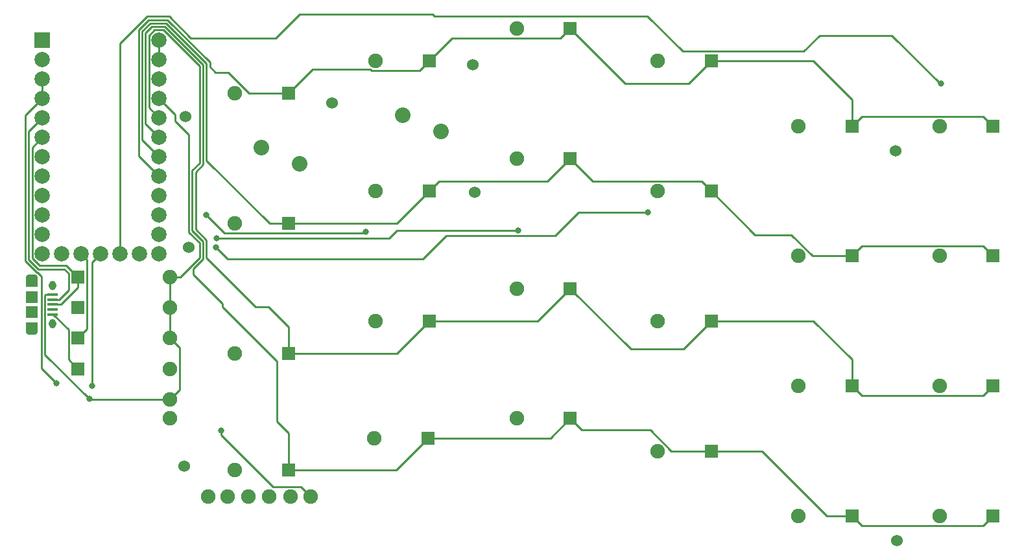
<source format=gbr>
%TF.GenerationSoftware,KiCad,Pcbnew,(6.0.4)*%
%TF.CreationDate,2024-05-03T20:31:11-07:00*%
%TF.ProjectId,right_staggered,72696768-745f-4737-9461-676765726564,v1.0.0*%
%TF.SameCoordinates,Original*%
%TF.FileFunction,Copper,L1,Top*%
%TF.FilePolarity,Positive*%
%FSLAX46Y46*%
G04 Gerber Fmt 4.6, Leading zero omitted, Abs format (unit mm)*
G04 Created by KiCad (PCBNEW (6.0.4)) date 2024-05-03 20:31:11*
%MOMM*%
%LPD*%
G01*
G04 APERTURE LIST*
%TA.AperFunction,ComponentPad*%
%ADD10C,1.524000*%
%TD*%
%TA.AperFunction,ComponentPad*%
%ADD11C,1.905000*%
%TD*%
%TA.AperFunction,ComponentPad*%
%ADD12R,1.778000X1.778000*%
%TD*%
%TA.AperFunction,ComponentPad*%
%ADD13C,2.032000*%
%TD*%
%TA.AperFunction,ComponentPad*%
%ADD14R,2.000000X2.000000*%
%TD*%
%TA.AperFunction,ComponentPad*%
%ADD15C,2.000000*%
%TD*%
%TA.AperFunction,SMDPad,CuDef*%
%ADD16R,1.350000X0.400000*%
%TD*%
%TA.AperFunction,SMDPad,CuDef*%
%ADD17R,1.550000X1.200000*%
%TD*%
%TA.AperFunction,ComponentPad*%
%ADD18O,0.950000X1.250000*%
%TD*%
%TA.AperFunction,SMDPad,CuDef*%
%ADD19R,1.550000X1.500000*%
%TD*%
%TA.AperFunction,ComponentPad*%
%ADD20O,1.550000X0.890000*%
%TD*%
%TA.AperFunction,ViaPad*%
%ADD21C,0.800000*%
%TD*%
%TA.AperFunction,Conductor*%
%ADD22C,0.250000*%
%TD*%
G04 APERTURE END LIST*
D10*
%TO.P,,1*%
%TO.N,N/C*%
X140100000Y-106000000D03*
%TD*%
D11*
%TO.P,,1*%
%TO.N,B6*%
X153800000Y-155700000D03*
%TD*%
%TO.P,D4,1*%
%TO.N,inner_nums*%
X146500000Y-103000000D03*
D12*
%TO.P,D4,2*%
%TO.N,F7*%
X153500000Y-103000000D03*
%TD*%
D11*
%TO.P,D19,1*%
%TO.N,pinky_top*%
X220100000Y-124250000D03*
D12*
%TO.P,D19,2*%
%TO.N,F6*%
X227100000Y-124250000D03*
%TD*%
D13*
%TO.P,S2,1*%
%TO.N,index_top*%
X173400000Y-107950000D03*
%TO.P,S2,2*%
%TO.N,B3*%
X168400000Y-105850000D03*
%TD*%
D11*
%TO.P,D11,1*%
%TO.N,middle_top*%
X183300000Y-111500000D03*
D12*
%TO.P,D11,2*%
%TO.N,F6*%
X190300000Y-111500000D03*
%TD*%
D11*
%TO.P,D25,1*%
%TO.N,VCC*%
X138000000Y-127000000D03*
D12*
%TO.P,D25,2*%
%TO.N,D0*%
X126000000Y-127000000D03*
%TD*%
D11*
%TO.P,D27,1*%
%TO.N,VCC*%
X138000000Y-135000000D03*
D12*
%TO.P,D27,2*%
%TO.N,D5*%
X126000000Y-135000000D03*
%TD*%
D11*
%TO.P,D9,1*%
%TO.N,middle_bottom*%
X183300000Y-145500000D03*
D12*
%TO.P,D9,2*%
%TO.N,F4*%
X190300000Y-145500000D03*
%TD*%
D11*
%TO.P,D23,1*%
%TO.N,outer_top*%
X238500000Y-124250000D03*
D12*
%TO.P,D23,2*%
%TO.N,F6*%
X245500000Y-124250000D03*
%TD*%
D10*
%TO.P,,1*%
%TO.N,N/C*%
X177600000Y-99200000D03*
%TD*%
%TO.P,,1*%
%TO.N,N/C*%
X139900000Y-151700000D03*
%TD*%
D11*
%TO.P,D13,1*%
%TO.N,ring_bottom*%
X201700000Y-149750000D03*
D12*
%TO.P,D13,2*%
%TO.N,F4*%
X208700000Y-149750000D03*
%TD*%
D10*
%TO.P,,1*%
%TO.N,N/C*%
X232800000Y-110500000D03*
%TD*%
D11*
%TO.P,,1*%
%TO.N,F0*%
X156400000Y-155700000D03*
%TD*%
%TO.P,D18,1*%
%TO.N,pinky_home*%
X220100000Y-141250000D03*
D12*
%TO.P,D18,2*%
%TO.N,F5*%
X227100000Y-141250000D03*
%TD*%
D11*
%TO.P,D7,1*%
%TO.N,index_top*%
X164900000Y-115750000D03*
D12*
%TO.P,D7,2*%
%TO.N,F6*%
X171900000Y-115750000D03*
%TD*%
D11*
%TO.P,,1*%
%TO.N,B1*%
X145600000Y-155700000D03*
%TD*%
%TO.P,D8,1*%
%TO.N,index_nums*%
X164900000Y-98750000D03*
D12*
%TO.P,D8,2*%
%TO.N,F7*%
X171900000Y-98750000D03*
%TD*%
D11*
%TO.P,REF\u002A\u002A,1*%
%TO.N,VCC*%
X138000000Y-143000000D03*
%TD*%
%TO.P,,1*%
%TO.N,B2*%
X151000000Y-155700000D03*
%TD*%
%TO.P,D2,1*%
%TO.N,inner_home*%
X146500000Y-137000000D03*
D12*
%TO.P,D2,2*%
%TO.N,F5*%
X153500000Y-137000000D03*
%TD*%
D11*
%TO.P,D26,1*%
%TO.N,VCC*%
X138000000Y-131000000D03*
D12*
%TO.P,D26,2*%
%TO.N,D2*%
X126000000Y-131000000D03*
%TD*%
D14*
%TO.P,,1*%
%TO.N,D3*%
X121380000Y-96030000D03*
D15*
%TO.P,,2*%
%TO.N,D2*%
X121380000Y-98570000D03*
%TO.P,,3*%
%TO.N,GND*%
X121380000Y-101110000D03*
%TO.P,,4*%
X121380000Y-103650000D03*
%TO.P,,5*%
%TO.N,D1*%
X121380000Y-106190000D03*
%TO.P,,6*%
%TO.N,D0*%
X121380000Y-108730000D03*
%TO.P,,7*%
%TO.N,D4*%
X121380000Y-111270000D03*
%TO.P,,8*%
%TO.N,C6*%
X121380000Y-113810000D03*
%TO.P,,9*%
%TO.N,D7*%
X121380000Y-116350000D03*
%TO.P,,10*%
%TO.N,E6*%
X121380000Y-118890000D03*
%TO.P,,11*%
%TO.N,B4*%
X121380000Y-121430000D03*
%TO.P,,12*%
%TO.N,B5*%
X121380000Y-123970000D03*
%TO.P,,13*%
%TO.N,B6*%
X136620000Y-123970000D03*
%TO.P,,14*%
%TO.N,B2*%
X136620000Y-121430000D03*
%TO.P,,15*%
%TO.N,B3*%
X136620000Y-118890000D03*
%TO.P,,16*%
%TO.N,B1*%
X136620000Y-116350000D03*
%TO.P,,17*%
%TO.N,F7*%
X136620000Y-113810000D03*
%TO.P,,18*%
%TO.N,F6*%
X136620000Y-111270000D03*
%TO.P,,19*%
%TO.N,F5*%
X136620000Y-108730000D03*
%TO.P,,20*%
%TO.N,F4*%
X136620000Y-106190000D03*
%TO.P,,21*%
%TO.N,VCC*%
X136620000Y-103650000D03*
%TO.P,,22*%
%TO.N,RST*%
X136620000Y-101110000D03*
%TO.P,,23*%
%TO.N,GND*%
X136620000Y-98570000D03*
%TO.P,,24*%
X136620000Y-96030000D03*
%TO.P,,25*%
%TO.N,B7*%
X123920000Y-123970000D03*
%TO.P,,26*%
%TO.N,D5*%
X126460000Y-123970000D03*
%TO.P,,27*%
%TO.N,C7*%
X129000000Y-123970000D03*
%TO.P,,28*%
%TO.N,F1*%
X131540000Y-123970000D03*
%TO.P,,29*%
%TO.N,F0*%
X134080000Y-123970000D03*
%TD*%
D10*
%TO.P,,1*%
%TO.N,N/C*%
X140500000Y-123100000D03*
%TD*%
D11*
%TO.P,D6,1*%
%TO.N,index_home*%
X164900000Y-132750000D03*
D12*
%TO.P,D6,2*%
%TO.N,F5*%
X171900000Y-132750000D03*
%TD*%
D11*
%TO.P,D5,1*%
%TO.N,index_bottom*%
X164700000Y-148100000D03*
D12*
%TO.P,D5,2*%
%TO.N,F4*%
X171700000Y-148100000D03*
%TD*%
D11*
%TO.P,D1,1*%
%TO.N,inner_bottom*%
X146500000Y-152200000D03*
D12*
%TO.P,D1,2*%
%TO.N,F4*%
X153500000Y-152200000D03*
%TD*%
D11*
%TO.P,D21,1*%
%TO.N,outer_bottom*%
X238500000Y-158250000D03*
D12*
%TO.P,D21,2*%
%TO.N,F4*%
X245500000Y-158250000D03*
%TD*%
D11*
%TO.P,,1*%
%TO.N,C7*%
X143000000Y-155700000D03*
%TD*%
D10*
%TO.P,,1*%
%TO.N,N/C*%
X232900000Y-161500000D03*
%TD*%
D11*
%TO.P,D10,1*%
%TO.N,middle_home*%
X183300000Y-128500000D03*
D12*
%TO.P,D10,2*%
%TO.N,F5*%
X190300000Y-128500000D03*
%TD*%
D11*
%TO.P,D24,1*%
%TO.N,outer_nums*%
X238500000Y-107250000D03*
D12*
%TO.P,D24,2*%
%TO.N,F7*%
X245500000Y-107250000D03*
%TD*%
D11*
%TO.P,REF\u002A\u002A,1*%
%TO.N,trackpoint_reset*%
X138000000Y-145500000D03*
%TD*%
%TO.P,D16,1*%
%TO.N,ring_nums*%
X201700000Y-98750000D03*
D12*
%TO.P,D16,2*%
%TO.N,F7*%
X208700000Y-98750000D03*
%TD*%
D13*
%TO.P,S1,1*%
%TO.N,inner_top*%
X155000000Y-112200000D03*
%TO.P,S1,2*%
%TO.N,B1*%
X150000000Y-110100000D03*
%TD*%
D11*
%TO.P,,1*%
%TO.N,B3*%
X148300000Y-155700000D03*
%TD*%
D10*
%TO.P,,1*%
%TO.N,N/C*%
X177800000Y-115900000D03*
%TD*%
D11*
%TO.P,D12,1*%
%TO.N,middle_nums*%
X183300000Y-94500000D03*
D12*
%TO.P,D12,2*%
%TO.N,F7*%
X190300000Y-94500000D03*
%TD*%
D11*
%TO.P,D3,1*%
%TO.N,inner_top*%
X146500000Y-120000000D03*
D12*
%TO.P,D3,2*%
%TO.N,F6*%
X153500000Y-120000000D03*
%TD*%
D11*
%TO.P,D15,1*%
%TO.N,ring_top*%
X201700000Y-115750000D03*
D12*
%TO.P,D15,2*%
%TO.N,F6*%
X208700000Y-115750000D03*
%TD*%
D11*
%TO.P,D28,1*%
%TO.N,trackpoint_reset*%
X138000000Y-139000000D03*
D12*
%TO.P,D28,2*%
%TO.N,GND*%
X126000000Y-139000000D03*
%TD*%
D16*
%TO.P,,1*%
%TO.N,VCC*%
X122700000Y-129300000D03*
%TO.P,,2*%
%TO.N,D1*%
X122700000Y-129950000D03*
%TO.P,,3*%
%TO.N,D0*%
X122700000Y-130600000D03*
%TO.P,,4*%
%TO.N,N/C*%
X122700000Y-131250000D03*
%TO.P,,5*%
%TO.N,GND*%
X122700000Y-131900000D03*
D17*
%TO.P,,6*%
%TO.N,N/C*%
X120000000Y-133500000D03*
D18*
X122700000Y-128100000D03*
D17*
X120000000Y-127700000D03*
D18*
X122700000Y-133100000D03*
D19*
X120000000Y-131600000D03*
D20*
X120000000Y-134100000D03*
X120000000Y-127100000D03*
D19*
X120000000Y-129600000D03*
%TD*%
D11*
%TO.P,D14,1*%
%TO.N,ring_home*%
X201700000Y-132750000D03*
D12*
%TO.P,D14,2*%
%TO.N,F5*%
X208700000Y-132750000D03*
%TD*%
D10*
%TO.P,,1*%
%TO.N,N/C*%
X159200000Y-104250000D03*
%TD*%
D11*
%TO.P,D22,1*%
%TO.N,outer_home*%
X238500000Y-141250000D03*
D12*
%TO.P,D22,2*%
%TO.N,F5*%
X245500000Y-141250000D03*
%TD*%
D11*
%TO.P,D17,1*%
%TO.N,pinky_bottom*%
X220100000Y-158250000D03*
D12*
%TO.P,D17,2*%
%TO.N,F4*%
X227100000Y-158250000D03*
%TD*%
D11*
%TO.P,D20,1*%
%TO.N,pinky_nums*%
X220100000Y-107250000D03*
D12*
%TO.P,D20,2*%
%TO.N,F7*%
X227100000Y-107250000D03*
%TD*%
D21*
%TO.N,B3*%
X142800000Y-118900000D03*
X163622989Y-121077011D03*
%TO.N,B2*%
X183525000Y-120875000D03*
X144100000Y-121900000D03*
%TO.N,B6*%
X144000000Y-123100000D03*
X200400000Y-118500000D03*
%TO.N,F0*%
X144700000Y-147100000D03*
%TO.N,F1*%
X238725000Y-101675000D03*
%TO.N,GND*%
X123200000Y-140900000D03*
%TO.N,VCC*%
X127536489Y-142963511D03*
%TO.N,C7*%
X127900000Y-141200000D03*
%TD*%
D22*
%TO.N,B3*%
X145177011Y-121277011D02*
X163422989Y-121277011D01*
X142800000Y-118900000D02*
X145177011Y-121277011D01*
X163422989Y-121277011D02*
X163600000Y-121100000D01*
%TO.N,B2*%
X144100000Y-121900000D02*
X166649026Y-121900000D01*
X183400000Y-120900000D02*
X183500000Y-120900000D01*
X166649026Y-121900000D02*
X167649026Y-120900000D01*
X167649026Y-120900000D02*
X183400000Y-120900000D01*
%TO.N,B6*%
X200400000Y-118500000D02*
X200500000Y-118500000D01*
X171025479Y-124674521D02*
X174100000Y-121600000D01*
X188299026Y-121600000D02*
X191399026Y-118500000D01*
X144000000Y-123100000D02*
X145574521Y-124674521D01*
X174100000Y-121600000D02*
X188299026Y-121600000D01*
X145574521Y-124674521D02*
X171025479Y-124674521D01*
X191399026Y-118500000D02*
X200400000Y-118500000D01*
%TO.N,F0*%
X155122989Y-154422989D02*
X156400000Y-155700000D01*
X144700000Y-147100000D02*
X144700000Y-147654323D01*
X151468666Y-154422989D02*
X155122989Y-154422989D01*
X144700000Y-147654323D02*
X151468666Y-154422989D01*
%TO.N,F1*%
X137913421Y-92907410D02*
X140753006Y-95746994D01*
X222849026Y-95400000D02*
X232300000Y-95400000D01*
X172574521Y-92874521D02*
X200370198Y-92874521D01*
X151852032Y-95746994D02*
X154938047Y-92660979D01*
X172360979Y-92660979D02*
X172574521Y-92874521D01*
X204995677Y-97500000D02*
X220749026Y-97500000D01*
X220749026Y-97500000D02*
X222849026Y-95400000D01*
X154938047Y-92660979D02*
X172360979Y-92660979D01*
X140753006Y-95746994D02*
X151852032Y-95746994D01*
X135085438Y-92907410D02*
X137913421Y-92907410D01*
X200370198Y-92874521D02*
X204995677Y-97500000D01*
X232300000Y-95400000D02*
X238700000Y-101800000D01*
X131540000Y-96452848D02*
X135085438Y-92907410D01*
X131540000Y-123970000D02*
X131540000Y-96452848D01*
%TO.N,F4*%
X215333008Y-149750000D02*
X208700000Y-149750000D01*
X227100000Y-158250000D02*
X223833008Y-158250000D01*
X137168632Y-94705489D02*
X135994511Y-94705489D01*
X187700000Y-148100000D02*
X171700000Y-148100000D01*
X135994511Y-94705489D02*
X135295489Y-95404511D01*
X223833008Y-158250000D02*
X215333008Y-149750000D01*
X244222989Y-159527011D02*
X228377011Y-159527011D01*
X141894522Y-112120280D02*
X141894521Y-99431378D01*
X171700000Y-148100000D02*
X167600000Y-152200000D01*
X141894521Y-99431378D02*
X137168632Y-94705489D01*
X142344041Y-124638714D02*
X142344041Y-122336172D01*
X203505967Y-149750000D02*
X200731388Y-146975421D01*
X190300000Y-145500000D02*
X187700000Y-148100000D01*
X153500000Y-152200000D02*
X153500000Y-147400974D01*
X167600000Y-152200000D02*
X153500000Y-152200000D01*
X152027161Y-145928135D02*
X152027161Y-138027161D01*
X141100000Y-126700000D02*
X141100000Y-125882756D01*
X140949520Y-113065282D02*
X141894522Y-112120280D01*
X140949520Y-120941650D02*
X140949520Y-113065282D01*
X144900000Y-130500000D02*
X141100000Y-126700000D01*
X141100000Y-125882756D02*
X142344041Y-124638714D01*
X135295489Y-104865489D02*
X136620000Y-106190000D01*
X228377011Y-159527011D02*
X227100000Y-158250000D01*
X135295489Y-95404511D02*
X135295489Y-104865489D01*
X142344041Y-122336172D02*
X140949520Y-120941650D01*
X152027161Y-138027161D02*
X144900000Y-130900000D01*
X200731388Y-146975421D02*
X191775421Y-146975421D01*
X208700000Y-149750000D02*
X203505967Y-149750000D01*
X245500000Y-158250000D02*
X244222989Y-159527011D01*
X144900000Y-130900000D02*
X144900000Y-130500000D01*
X191775421Y-146975421D02*
X190300000Y-145500000D01*
X153500000Y-147400974D02*
X152027161Y-145928135D01*
%TO.N,F5*%
X135644031Y-94255969D02*
X134845969Y-95054031D01*
X153500000Y-137000000D02*
X167650000Y-137000000D01*
X167650000Y-137000000D02*
X171900000Y-132750000D01*
X208700000Y-132750000D02*
X222054323Y-132750000D01*
X227100000Y-137795677D02*
X227100000Y-141250000D01*
X142344042Y-112306478D02*
X142344041Y-99245181D01*
X171900000Y-132750000D02*
X186050000Y-132750000D01*
X142793561Y-124493561D02*
X142793561Y-122149973D01*
X142793561Y-122149973D02*
X141399040Y-120755452D01*
X150865302Y-130910979D02*
X149210979Y-130910979D01*
X153500000Y-133545677D02*
X150865302Y-130910979D01*
X228377011Y-142527011D02*
X244222989Y-142527011D01*
X142344041Y-99245181D02*
X137354829Y-94255969D01*
X244222989Y-142527011D02*
X245500000Y-141250000D01*
X190300000Y-128500000D02*
X198200000Y-136400000D01*
X141399039Y-113251481D02*
X142344042Y-112306478D01*
X134845969Y-106955969D02*
X136620000Y-108730000D01*
X186050000Y-132750000D02*
X190300000Y-128500000D01*
X205050000Y-136400000D02*
X208700000Y-132750000D01*
X222054323Y-132750000D02*
X227100000Y-137795677D01*
X198200000Y-136400000D02*
X205050000Y-136400000D01*
X134845969Y-95054031D02*
X134845969Y-106955969D01*
X153500000Y-137000000D02*
X153500000Y-133545677D01*
X137354829Y-94255969D02*
X135644031Y-94255969D01*
X149210979Y-130910979D02*
X142793561Y-124493561D01*
X227100000Y-141250000D02*
X228377011Y-142527011D01*
X141399040Y-120755452D02*
X141399039Y-113251481D01*
%TO.N,F6*%
X137541026Y-93806449D02*
X135457833Y-93806449D01*
X153500000Y-120000000D02*
X151045677Y-120000000D01*
X135457833Y-93806449D02*
X134396449Y-94867834D01*
X190300000Y-111500000D02*
X187294521Y-114505479D01*
X134396449Y-109046449D02*
X136620000Y-111270000D01*
X214425421Y-121475421D02*
X208700000Y-115750000D01*
X142793561Y-111747884D02*
X142793561Y-99058984D01*
X193272989Y-114472989D02*
X190300000Y-111500000D01*
X221950000Y-124250000D02*
X219175421Y-121475421D01*
X244222989Y-122972989D02*
X228377011Y-122972989D01*
X142793561Y-99058984D02*
X137541026Y-93806449D01*
X208700000Y-115750000D02*
X207422989Y-114472989D01*
X151045677Y-120000000D02*
X142793561Y-111747884D01*
X134396449Y-94867834D02*
X134396449Y-109046449D01*
X207422989Y-114472989D02*
X193272989Y-114472989D01*
X187294521Y-114505479D02*
X173144521Y-114505479D01*
X171900000Y-115750000D02*
X167650000Y-120000000D01*
X173144521Y-114505479D02*
X171900000Y-115750000D01*
X245500000Y-124250000D02*
X244222989Y-122972989D01*
X228377011Y-122972989D02*
X227100000Y-124250000D01*
X227100000Y-124250000D02*
X221950000Y-124250000D01*
X219175421Y-121475421D02*
X214425421Y-121475421D01*
X167650000Y-120000000D02*
X153500000Y-120000000D01*
%TO.N,F7*%
X189022989Y-95777011D02*
X190300000Y-94500000D01*
X244222989Y-105972989D02*
X245500000Y-107250000D01*
X143992413Y-100225421D02*
X143274579Y-99507587D01*
X190300000Y-94500000D02*
X197500000Y-101700000D01*
X156644521Y-99855479D02*
X164199512Y-99855479D01*
X135271635Y-93356930D02*
X133946930Y-94681635D01*
X137727223Y-93356929D02*
X135271635Y-93356930D01*
X174872989Y-95777011D02*
X189022989Y-95777011D01*
X145625421Y-100225421D02*
X143992413Y-100225421D01*
X153500000Y-103000000D02*
X156644521Y-99855479D01*
X171900000Y-98750000D02*
X174872989Y-95777011D01*
X227100000Y-103795677D02*
X227100000Y-107250000D01*
X228377011Y-105972989D02*
X244222989Y-105972989D01*
X133946930Y-111136930D02*
X136620000Y-113810000D01*
X205750000Y-101700000D02*
X208700000Y-98750000D01*
X170622989Y-100027011D02*
X171900000Y-98750000D01*
X227100000Y-107250000D02*
X228377011Y-105972989D01*
X222054323Y-98750000D02*
X227100000Y-103795677D01*
X164371044Y-100027011D02*
X170622989Y-100027011D01*
X153500000Y-103000000D02*
X148400000Y-103000000D01*
X133946930Y-94681635D02*
X133946930Y-111136930D01*
X143274579Y-99507587D02*
X143274579Y-98904285D01*
X197500000Y-101700000D02*
X205750000Y-101700000D01*
X148400000Y-103000000D02*
X145625421Y-100225421D01*
X143274579Y-98904285D02*
X137727223Y-93356929D01*
X164199512Y-99855479D02*
X164371044Y-100027011D01*
X208700000Y-98750000D02*
X222054323Y-98750000D01*
%TO.N,GND*%
X120665421Y-126400000D02*
X120718265Y-126400000D01*
X119156449Y-105873551D02*
X119156449Y-124891028D01*
X121250969Y-126932704D02*
X121250969Y-136200000D01*
X124786489Y-137786489D02*
X126000000Y-139000000D01*
X119156449Y-124891028D02*
X120665421Y-126400000D01*
X124786489Y-133905797D02*
X124786489Y-137786489D01*
X121380000Y-101110000D02*
X121380000Y-103650000D01*
X122700000Y-131900000D02*
X122780692Y-131900000D01*
X136620000Y-96030000D02*
X136620000Y-98570000D01*
X121250969Y-138950969D02*
X123200000Y-140900000D01*
X121380000Y-103650000D02*
X119156449Y-105873551D01*
X120718265Y-126400000D02*
X121250969Y-126932704D01*
X122780692Y-131900000D02*
X124786489Y-133905797D01*
X121250969Y-136200000D02*
X121250969Y-138950969D01*
%TO.N,VCC*%
X139277011Y-141722989D02*
X138000000Y-143000000D01*
X127572978Y-143000000D02*
X138000000Y-143000000D01*
X141894521Y-124452517D02*
X141894521Y-122522369D01*
X127536489Y-142963511D02*
X127572978Y-143000000D01*
X121700489Y-129374511D02*
X121700489Y-137127511D01*
X139277011Y-136277011D02*
X139277011Y-141722989D01*
X122700000Y-129300000D02*
X121775000Y-129300000D01*
X138000000Y-135000000D02*
X139277011Y-136277011D01*
X138705479Y-106577631D02*
X138705479Y-105735479D01*
X138000000Y-127000000D02*
X138000000Y-131000000D01*
X140500000Y-108372152D02*
X138705479Y-106577631D01*
X121775000Y-129300000D02*
X121700489Y-129374511D01*
X138705479Y-105735479D02*
X136620000Y-103650000D01*
X138000000Y-127000000D02*
X139347038Y-127000000D01*
X141894521Y-122522369D02*
X140500000Y-121127848D01*
X140500000Y-121127848D02*
X140500000Y-108372152D01*
X139347038Y-127000000D02*
X141894521Y-124452517D01*
X121700489Y-137127511D02*
X127536489Y-142963511D01*
X138000000Y-131000000D02*
X138000000Y-135000000D01*
%TO.N,D1*%
X119605969Y-107964031D02*
X119605969Y-124704829D01*
X119605969Y-124704829D02*
X120850659Y-125949520D01*
X124786489Y-128713511D02*
X123550000Y-129950000D01*
X123550000Y-129950000D02*
X122700000Y-129950000D01*
X124249520Y-125949520D02*
X124786489Y-126486489D01*
X121380000Y-106190000D02*
X119605969Y-107964031D01*
X120850659Y-125949520D02*
X124249520Y-125949520D01*
X124786489Y-126486489D02*
X124786489Y-128713511D01*
%TO.N,D0*%
X120055489Y-124518632D02*
X120055489Y-110054511D01*
X121036857Y-125500000D02*
X120055489Y-124518632D01*
X123800000Y-130600000D02*
X126000000Y-128400000D01*
X124500000Y-125500000D02*
X121036857Y-125500000D01*
X122700000Y-130600000D02*
X123800000Y-130600000D01*
X126000000Y-127000000D02*
X124500000Y-125500000D01*
X120055489Y-110054511D02*
X121380000Y-108730000D01*
X126000000Y-128400000D02*
X126000000Y-127000000D01*
%TO.N,D5*%
X127213511Y-124723511D02*
X126460000Y-123970000D01*
X127213511Y-133786489D02*
X127213511Y-124723511D01*
X126000000Y-135000000D02*
X127213511Y-133786489D01*
%TO.N,C7*%
X127900000Y-141200000D02*
X127900000Y-125070000D01*
X127900000Y-125070000D02*
X129000000Y-123970000D01*
%TD*%
M02*

</source>
